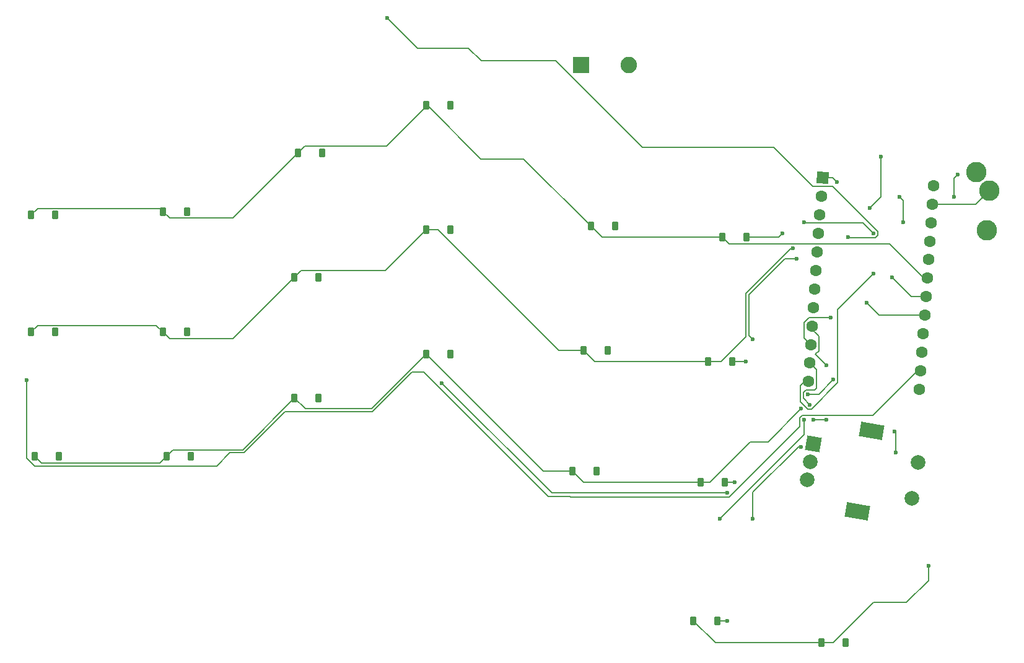
<source format=gbr>
%TF.GenerationSoftware,KiCad,Pcbnew,9.0.6-1.fc43*%
%TF.CreationDate,2026-01-15T13:12:57-05:00*%
%TF.ProjectId,Left,4c656674-2e6b-4696-9361-645f70636258,rev?*%
%TF.SameCoordinates,Original*%
%TF.FileFunction,Copper,L1,Top*%
%TF.FilePolarity,Positive*%
%FSLAX46Y46*%
G04 Gerber Fmt 4.6, Leading zero omitted, Abs format (unit mm)*
G04 Created by KiCad (PCBNEW 9.0.6-1.fc43) date 2026-01-15 13:12:57*
%MOMM*%
%LPD*%
G01*
G04 APERTURE LIST*
G04 Aperture macros list*
%AMRoundRect*
0 Rectangle with rounded corners*
0 $1 Rounding radius*
0 $2 $3 $4 $5 $6 $7 $8 $9 X,Y pos of 4 corners*
0 Add a 4 corners polygon primitive as box body*
4,1,4,$2,$3,$4,$5,$6,$7,$8,$9,$2,$3,0*
0 Add four circle primitives for the rounded corners*
1,1,$1+$1,$2,$3*
1,1,$1+$1,$4,$5*
1,1,$1+$1,$6,$7*
1,1,$1+$1,$8,$9*
0 Add four rect primitives between the rounded corners*
20,1,$1+$1,$2,$3,$4,$5,0*
20,1,$1+$1,$4,$5,$6,$7,0*
20,1,$1+$1,$6,$7,$8,$9,0*
20,1,$1+$1,$8,$9,$2,$3,0*%
%AMHorizOval*
0 Thick line with rounded ends*
0 $1 width*
0 $2 $3 position (X,Y) of the first rounded end (center of the circle)*
0 $4 $5 position (X,Y) of the second rounded end (center of the circle)*
0 Add line between two ends*
20,1,$1,$2,$3,$4,$5,0*
0 Add two circle primitives to create the rounded ends*
1,1,$1,$2,$3*
1,1,$1,$4,$5*%
%AMRotRect*
0 Rectangle, with rotation*
0 The origin of the aperture is its center*
0 $1 length*
0 $2 width*
0 $3 Rotation angle, in degrees counterclockwise*
0 Add horizontal line*
21,1,$1,$2,0,0,$3*%
G04 Aperture macros list end*
%TA.AperFunction,SMDPad,CuDef*%
%ADD10RoundRect,0.225000X-0.225000X-0.375000X0.225000X-0.375000X0.225000X0.375000X-0.225000X0.375000X0*%
%TD*%
%TA.AperFunction,ComponentPad*%
%ADD11RotRect,1.600000X1.600000X176.000000*%
%TD*%
%TA.AperFunction,ComponentPad*%
%ADD12HorizOval,1.600000X0.000000X0.000000X0.000000X0.000000X0*%
%TD*%
%TA.AperFunction,ComponentPad*%
%ADD13R,2.250000X2.250000*%
%TD*%
%TA.AperFunction,ComponentPad*%
%ADD14C,2.250000*%
%TD*%
%TA.AperFunction,ComponentPad*%
%ADD15C,2.800000*%
%TD*%
%TA.AperFunction,ComponentPad*%
%ADD16RotRect,2.000000X2.000000X350.000000*%
%TD*%
%TA.AperFunction,ComponentPad*%
%ADD17C,2.000000*%
%TD*%
%TA.AperFunction,ComponentPad*%
%ADD18RotRect,3.200000X2.000000X350.000000*%
%TD*%
%TA.AperFunction,ViaPad*%
%ADD19C,0.600000*%
%TD*%
%TA.AperFunction,Conductor*%
%ADD20C,0.200000*%
%TD*%
G04 APERTURE END LIST*
D10*
%TO.P,D5,1,K*%
%TO.N,0 Row*%
X228350000Y-82000000D03*
%TO.P,D5,2,A*%
%TO.N,Net-(D5-A)*%
X231650000Y-82000000D03*
%TD*%
%TO.P,D10,1,K*%
%TO.N,1 Row*%
X205850000Y-82500000D03*
%TO.P,D10,2,A*%
%TO.N,Net-(D10-A)*%
X209150000Y-82500000D03*
%TD*%
%TO.P,D7,1,K*%
%TO.N,1 Row*%
X151850000Y-96500000D03*
%TO.P,D7,2,A*%
%TO.N,Net-(D7-A)*%
X155150000Y-96500000D03*
%TD*%
%TO.P,D16,1,K*%
%TO.N,2 Row*%
X205850000Y-99500000D03*
%TO.P,D16,2,A*%
%TO.N,Net-(D16-A)*%
X209150000Y-99500000D03*
%TD*%
%TO.P,D3,1,K*%
%TO.N,0 Row*%
X188350000Y-72000000D03*
%TO.P,D3,2,A*%
%TO.N,Net-(D3-A)*%
X191650000Y-72000000D03*
%TD*%
%TO.P,D6,1,K*%
%TO.N,0 Row*%
X246350000Y-83500000D03*
%TO.P,D6,2,A*%
%TO.N,Net-(D6-A)*%
X249650000Y-83500000D03*
%TD*%
%TO.P,D15,1,K*%
%TO.N,2 Row*%
X187850000Y-105500000D03*
%TO.P,D15,2,A*%
%TO.N,Net-(D15-A)*%
X191150000Y-105500000D03*
%TD*%
%TO.P,D11,1,K*%
%TO.N,1 Row*%
X227350000Y-99000000D03*
%TO.P,D11,2,A*%
%TO.N,Net-(D11-A)*%
X230650000Y-99000000D03*
%TD*%
%TO.P,D18,1,K*%
%TO.N,2 Row*%
X243350000Y-117000000D03*
%TO.P,D18,2,A*%
%TO.N,Net-(D18-A)*%
X246650000Y-117000000D03*
%TD*%
%TO.P,D8,1,K*%
%TO.N,1 Row*%
X169850000Y-96500000D03*
%TO.P,D8,2,A*%
%TO.N,Net-(D8-A)*%
X173150000Y-96500000D03*
%TD*%
%TO.P,D14,1,K*%
%TO.N,2 Row*%
X170350000Y-113500000D03*
%TO.P,D14,2,A*%
%TO.N,Net-(D14-A)*%
X173650000Y-113500000D03*
%TD*%
D11*
%TO.P,U1,1,TX0/PD3*%
%TO.N,Serial*%
X260000000Y-75398562D03*
D12*
%TO.P,U1,2,RX1/PD2*%
%TO.N,unconnected-(U1-RX1{slash}PD2-Pad2)*%
X259822819Y-77932375D03*
%TO.P,U1,3,GND*%
%TO.N,GND*%
X259645638Y-80466186D03*
%TO.P,U1,4,GND*%
X259468457Y-83000000D03*
%TO.P,U1,5,2/PD1*%
%TO.N,unconnected-(U1-2{slash}PD1-Pad5)*%
X259291275Y-85533812D03*
%TO.P,U1,6,3/PD0*%
%TO.N,unconnected-(U1-3{slash}PD0-Pad6)*%
X259114094Y-88067624D03*
%TO.P,U1,7,4/PD4*%
%TO.N,Net-(U1-4{slash}PD4)*%
X258936913Y-90601439D03*
%TO.P,U1,8,5/PC6*%
%TO.N,Net-(U1-5{slash}PC6)*%
X258759731Y-93135251D03*
%TO.P,U1,9,6/PD7*%
%TO.N,5 Column*%
X258582548Y-95669063D03*
%TO.P,U1,10,7/PE6*%
%TO.N,4 Column*%
X258405367Y-98202876D03*
%TO.P,U1,11,8/PB4*%
%TO.N,3 Column*%
X258228186Y-100736689D03*
%TO.P,U1,12,9/PB5*%
%TO.N,2 Column*%
X258051005Y-103270500D03*
%TO.P,U1,13,10/PB6*%
%TO.N,unconnected-(U1-10{slash}PB6-Pad13)*%
X273253881Y-104333590D03*
%TO.P,U1,14,16/PB2*%
%TO.N,0 Column*%
X273431063Y-101799777D03*
%TO.P,U1,15,14/PB3*%
%TO.N,1 Column*%
X273608243Y-99265965D03*
%TO.P,U1,16,15/PB1*%
%TO.N,3 Row*%
X273785425Y-96732152D03*
%TO.P,U1,17,A0/PF7*%
%TO.N,2 Row*%
X273962605Y-94198339D03*
%TO.P,U1,18,A1/PF6*%
%TO.N,1 Row*%
X274139789Y-91664526D03*
%TO.P,U1,19,A2/PF5*%
%TO.N,0 Row*%
X274316971Y-89130714D03*
%TO.P,U1,20,A3/PF4*%
%TO.N,Net-(U1-A3{slash}PF4)*%
X274494151Y-86596901D03*
%TO.P,U1,21,VCC*%
%TO.N,VCC*%
X274671333Y-84063088D03*
%TO.P,U1,22,RST*%
%TO.N,RST*%
X274848513Y-81529276D03*
%TO.P,U1,23,GND*%
%TO.N,GND*%
X275025695Y-78995463D03*
%TO.P,U1,24,RAW*%
%TO.N,unconnected-(U1-RAW-Pad24)*%
X275202877Y-76461651D03*
%TD*%
D10*
%TO.P,D13,1,K*%
%TO.N,2 Row*%
X152350000Y-113500000D03*
%TO.P,D13,2,A*%
%TO.N,Net-(D13-A)*%
X155650000Y-113500000D03*
%TD*%
%TO.P,D20,1,K*%
%TO.N,3 Row*%
X259850000Y-139000000D03*
%TO.P,D20,2,A*%
%TO.N,Net-(D20-A)*%
X263150000Y-139000000D03*
%TD*%
D13*
%TO.P,SW2,1,1*%
%TO.N,GND*%
X227000000Y-60000000D03*
D14*
%TO.P,SW2,2,2*%
%TO.N,RST*%
X233500000Y-60000000D03*
%TD*%
D10*
%TO.P,D2,1,K*%
%TO.N,0 Row*%
X169850000Y-80000000D03*
%TO.P,D2,2,A*%
%TO.N,Net-(D2-A)*%
X173150000Y-80000000D03*
%TD*%
%TO.P,D4,1,K*%
%TO.N,0 Row*%
X205850000Y-65500000D03*
%TO.P,D4,2,A*%
%TO.N,Net-(D4-A)*%
X209150000Y-65500000D03*
%TD*%
%TO.P,D17,1,K*%
%TO.N,2 Row*%
X225850000Y-115500000D03*
%TO.P,D17,2,A*%
%TO.N,Net-(D17-A)*%
X229150000Y-115500000D03*
%TD*%
%TO.P,D9,1,K*%
%TO.N,1 Row*%
X187850000Y-89000000D03*
%TO.P,D9,2,A*%
%TO.N,Net-(D9-A)*%
X191150000Y-89000000D03*
%TD*%
%TO.P,D1,1,K*%
%TO.N,0 Row*%
X151850000Y-80500000D03*
%TO.P,D1,2,A*%
%TO.N,Net-(D1-A)*%
X155150000Y-80500000D03*
%TD*%
D15*
%TO.P,J1,R*%
%TO.N,Serial*%
X282444051Y-82620270D03*
%TO.P,J1,S*%
%TO.N,VCC*%
X281000000Y-74600000D03*
%TO.P,J1,T*%
%TO.N,GND*%
X282827713Y-77133667D03*
%TD*%
D10*
%TO.P,D12,1,K*%
%TO.N,1 Row*%
X244350000Y-100500000D03*
%TO.P,D12,2,A*%
%TO.N,Net-(D12-A)*%
X247650000Y-100500000D03*
%TD*%
%TO.P,D19,1,K*%
%TO.N,3 Row*%
X242350000Y-136000000D03*
%TO.P,D19,2,A*%
%TO.N,Net-(D19-A)*%
X245650000Y-136000000D03*
%TD*%
D16*
%TO.P,SW1,A,A*%
%TO.N,Net-(U1-4{slash}PD4)*%
X258794265Y-111779031D03*
D17*
%TO.P,SW1,B,B*%
%TO.N,Net-(U1-5{slash}PC6)*%
X257926024Y-116703070D03*
%TO.P,SW1,C,C*%
%TO.N,GND*%
X258360145Y-114241050D03*
D18*
%TO.P,SW1,MP,MP*%
X266718632Y-110028488D03*
X264773773Y-121058335D03*
D17*
%TO.P,SW1,S1,S1*%
%TO.N,Net-(U1-A3{slash}PF4)*%
X272205737Y-119220968D03*
%TO.P,SW1,S2,S2*%
%TO.N,GND*%
X273073977Y-114296930D03*
%TD*%
D19*
%TO.N,Net-(D1-A)*%
X155150000Y-80500000D03*
%TO.N,Net-(D2-A)*%
X173150000Y-80000000D03*
%TO.N,Net-(D3-A)*%
X191650000Y-72000000D03*
%TO.N,Net-(D4-A)*%
X209150000Y-65500000D03*
%TO.N,Net-(D5-A)*%
X231650000Y-82000000D03*
%TO.N,Net-(D6-A)*%
X254500000Y-83000000D03*
%TO.N,1 Row*%
X269500000Y-89000000D03*
X267000000Y-83000000D03*
X256000000Y-85032812D03*
X257500000Y-81500000D03*
%TO.N,Net-(D7-A)*%
X155150000Y-96500000D03*
%TO.N,Net-(D8-A)*%
X173150000Y-96500000D03*
%TO.N,Net-(D9-A)*%
X191150000Y-89000000D03*
%TO.N,Net-(D10-A)*%
X209150000Y-82500000D03*
%TO.N,Net-(D11-A)*%
X230650000Y-99000000D03*
%TO.N,Net-(D12-A)*%
X249500000Y-100500000D03*
%TO.N,Net-(D13-A)*%
X155650000Y-113500000D03*
%TO.N,2 Row*%
X266000000Y-92500000D03*
X257081548Y-107000000D03*
X258000000Y-105000000D03*
X261500000Y-103000000D03*
%TO.N,Net-(D14-A)*%
X173650000Y-113500000D03*
%TO.N,Net-(D15-A)*%
X191150000Y-105500000D03*
%TO.N,Net-(D16-A)*%
X209150000Y-99500000D03*
%TO.N,Net-(D17-A)*%
X229150000Y-115500000D03*
%TO.N,Net-(D18-A)*%
X248000000Y-117000000D03*
%TO.N,3 Row*%
X274500000Y-128500000D03*
%TO.N,Net-(D19-A)*%
X247000000Y-136000000D03*
%TO.N,Net-(D20-A)*%
X263150000Y-139000000D03*
%TO.N,0 Column*%
X151225000Y-103050000D03*
%TO.N,2 Column*%
X267000000Y-88500000D03*
X200500000Y-53524000D03*
X263500000Y-83500000D03*
%TO.N,3 Column*%
X247000000Y-118500000D03*
X250500000Y-122000000D03*
X258260729Y-106412202D03*
X208000000Y-103500000D03*
X257081548Y-112174265D03*
%TO.N,4 Column*%
X258792274Y-108500000D03*
X246000000Y-122000000D03*
X261100000Y-94500000D03*
X260500000Y-108500000D03*
X257500000Y-108500000D03*
%TO.N,5 Column*%
X260500000Y-101000000D03*
X256500000Y-86500000D03*
X250500000Y-97500000D03*
%TO.N,Net-(U1-A3{slash}PF4)*%
X269884205Y-110115795D03*
X270000000Y-113000000D03*
%TO.N,RST*%
X271000000Y-81500000D03*
X270500000Y-78000000D03*
%TO.N,VCC*%
X278000000Y-78000000D03*
X278500000Y-75000000D03*
%TO.N,Serial*%
X262000000Y-76000000D03*
X268000000Y-72500000D03*
X266500000Y-79500000D03*
%TD*%
D20*
%TO.N,0 Row*%
X200401000Y-71099000D02*
X189251000Y-71099000D01*
X229850000Y-83500000D02*
X228350000Y-82000000D01*
X152751000Y-79599000D02*
X151850000Y-80500000D01*
X169850000Y-80000000D02*
X169449000Y-79599000D01*
X269150612Y-84432812D02*
X273848514Y-89130714D01*
X179449000Y-80901000D02*
X170751000Y-80901000D01*
X213324000Y-72824000D02*
X206000000Y-65500000D01*
X219174000Y-72824000D02*
X213324000Y-72824000D01*
X246350000Y-83500000D02*
X247282812Y-84432812D01*
X189251000Y-71099000D02*
X188350000Y-72000000D01*
X170751000Y-80901000D02*
X169850000Y-80000000D01*
X246350000Y-83500000D02*
X229850000Y-83500000D01*
X247282812Y-84432812D02*
X269150612Y-84432812D01*
X169449000Y-79599000D02*
X152751000Y-79599000D01*
X228350000Y-82000000D02*
X219174000Y-72824000D01*
X188350000Y-72000000D02*
X179449000Y-80901000D01*
X206000000Y-65500000D02*
X200401000Y-71099000D01*
%TO.N,Net-(D6-A)*%
X254000000Y-83500000D02*
X249650000Y-83500000D01*
X254500000Y-83000000D02*
X254000000Y-83500000D01*
%TO.N,1 Row*%
X257500000Y-81500000D02*
X257567186Y-81567186D01*
X151850000Y-96500000D02*
X152751000Y-95599000D01*
X188751000Y-88099000D02*
X200251000Y-88099000D01*
X227350000Y-99000000D02*
X228850000Y-100500000D01*
X244350000Y-100500000D02*
X246179288Y-100500000D01*
X168949000Y-95599000D02*
X169850000Y-96500000D01*
X257567186Y-81567186D02*
X265567186Y-81567186D01*
X169850000Y-96500000D02*
X170751000Y-97401000D01*
X228850000Y-100500000D02*
X244350000Y-100500000D01*
X249556094Y-91227717D02*
X255750999Y-85032812D01*
X269500000Y-89000000D02*
X272164526Y-91664526D01*
X272164526Y-91664526D02*
X273671332Y-91664526D01*
X255750999Y-85032812D02*
X256000000Y-85032812D01*
X207453065Y-82500000D02*
X223953065Y-99000000D01*
X179449000Y-97401000D02*
X187850000Y-89000000D01*
X187850000Y-89000000D02*
X188751000Y-88099000D01*
X200251000Y-88099000D02*
X205850000Y-82500000D01*
X246179288Y-100500000D02*
X249556094Y-97123194D01*
X249556094Y-97123194D02*
X249556094Y-91227717D01*
X152751000Y-95599000D02*
X168949000Y-95599000D01*
X223953065Y-99000000D02*
X227350000Y-99000000D01*
X170751000Y-97401000D02*
X179449000Y-97401000D01*
X205850000Y-82500000D02*
X207453065Y-82500000D01*
X265567186Y-81567186D02*
X267000000Y-83000000D01*
%TO.N,Net-(D12-A)*%
X249500000Y-100500000D02*
X247650000Y-100500000D01*
%TO.N,2 Row*%
X243350000Y-117000000D02*
X227350000Y-117000000D01*
X180751000Y-112599000D02*
X171251000Y-112599000D01*
X243350000Y-117000000D02*
X244660108Y-117000000D01*
X169449000Y-114401000D02*
X153251000Y-114401000D01*
X187850000Y-105500000D02*
X180751000Y-112599000D01*
X189350000Y-107000000D02*
X187850000Y-105500000D01*
X225850000Y-115500000D02*
X221850000Y-115500000D01*
X267698339Y-94198339D02*
X273494148Y-94198339D01*
X244660108Y-117000000D02*
X250160108Y-111500000D01*
X153251000Y-114401000D02*
X152350000Y-113500000D01*
X170350000Y-113500000D02*
X169449000Y-114401000D01*
X221850000Y-115500000D02*
X205850000Y-99500000D01*
X198350000Y-107000000D02*
X189350000Y-107000000D01*
X250160108Y-111500000D02*
X252581548Y-111500000D01*
X266000000Y-92500000D02*
X267698339Y-94198339D01*
X171251000Y-112599000D02*
X170350000Y-113500000D01*
X259500000Y-105000000D02*
X261500000Y-103000000D01*
X258000000Y-105000000D02*
X259500000Y-105000000D01*
X205850000Y-99500000D02*
X198350000Y-107000000D01*
X227350000Y-117000000D02*
X225850000Y-115500000D01*
X252581548Y-111500000D02*
X257081548Y-107000000D01*
%TO.N,Net-(D18-A)*%
X248000000Y-117000000D02*
X246650000Y-117000000D01*
%TO.N,3 Row*%
X245350000Y-139000000D02*
X259850000Y-139000000D01*
X271498029Y-133501971D02*
X266998029Y-133501971D01*
X274500000Y-130500000D02*
X271498029Y-133501971D01*
X274500000Y-128500000D02*
X274500000Y-130500000D01*
X261500000Y-139000000D02*
X259850000Y-139000000D01*
X266998029Y-133501971D02*
X261500000Y-139000000D01*
X242350000Y-136000000D02*
X245350000Y-139000000D01*
%TO.N,Net-(D19-A)*%
X247000000Y-136000000D02*
X245650000Y-136000000D01*
%TO.N,0 Column*%
X272962606Y-101799777D02*
X266863383Y-107899000D01*
X225601000Y-119101000D02*
X225500000Y-119000000D01*
X205500000Y-102000000D02*
X203917100Y-102000000D01*
X266863383Y-107899000D02*
X257251057Y-107899000D01*
X151225000Y-113725110D02*
X151225000Y-103050000D01*
X247248943Y-119101000D02*
X225601000Y-119101000D01*
X257251057Y-107899000D02*
X256899000Y-108251057D01*
X198516100Y-107401000D02*
X186516100Y-107401000D01*
X186516100Y-107401000D02*
X180917100Y-113000000D01*
X256899000Y-109450943D02*
X247248943Y-119101000D01*
X180917100Y-113000000D02*
X179000000Y-113000000D01*
X179000000Y-113000000D02*
X177198000Y-114802000D01*
X256899000Y-108251057D02*
X256899000Y-109450943D01*
X177198000Y-114802000D02*
X152301890Y-114802000D01*
X225500000Y-119000000D02*
X222500000Y-119000000D01*
X203917100Y-102000000D02*
X198516100Y-107401000D01*
X152301890Y-114802000D02*
X151225000Y-113725110D01*
X222500000Y-119000000D02*
X205500000Y-102000000D01*
%TO.N,2 Column*%
X235394451Y-71246451D02*
X253357652Y-71246451D01*
X267601000Y-83248943D02*
X267248943Y-83601000D01*
X211624000Y-57677065D02*
X213345935Y-59399000D01*
X258509672Y-107013202D02*
X258011786Y-107013202D01*
X262101000Y-103421874D02*
X258509672Y-107013202D01*
X256998000Y-105999416D02*
X256998000Y-103855048D01*
X223547000Y-59399000D02*
X235394451Y-71246451D01*
X267601000Y-82751057D02*
X267601000Y-83248943D01*
X267248943Y-83601000D02*
X263601000Y-83601000D01*
X256998000Y-103855048D02*
X257582548Y-103270500D01*
X253357652Y-71246451D02*
X258664619Y-76553418D01*
X261403361Y-76553418D02*
X267601000Y-82751057D01*
X263601000Y-83601000D02*
X263500000Y-83500000D01*
X213345935Y-59399000D02*
X223547000Y-59399000D01*
X200500000Y-53524000D02*
X204653065Y-57677065D01*
X262101000Y-93399000D02*
X262101000Y-103421874D01*
X258664619Y-76553418D02*
X261403361Y-76553418D01*
X204653065Y-57677065D02*
X211624000Y-57677065D01*
X267000000Y-88500000D02*
X262101000Y-93399000D01*
X258011786Y-107013202D02*
X256998000Y-105999416D01*
%TO.N,3 Column*%
X257081548Y-112174265D02*
X256733018Y-112174265D01*
X259152005Y-104197938D02*
X258950943Y-104399000D01*
X223000000Y-118500000D02*
X208000000Y-103500000D01*
X257399000Y-104751057D02*
X257399000Y-105550473D01*
X257399000Y-105550473D02*
X258260729Y-106412202D01*
X258228186Y-100736689D02*
X259152005Y-101660508D01*
X247000000Y-118500000D02*
X223000000Y-118500000D01*
X256733018Y-112174265D02*
X250500000Y-118407283D01*
X257751057Y-104399000D02*
X257399000Y-104751057D01*
X259152005Y-101660508D02*
X259152005Y-104197938D01*
X250500000Y-118407283D02*
X250500000Y-122000000D01*
X258950943Y-104399000D02*
X257751057Y-104399000D01*
%TO.N,4 Column*%
X258194561Y-94500000D02*
X257481548Y-95213013D01*
X246000000Y-122000000D02*
X257500000Y-110500000D01*
X258792274Y-108500000D02*
X260500000Y-108500000D01*
X257500000Y-110500000D02*
X257500000Y-108500000D01*
X257481548Y-97279057D02*
X258405367Y-98202876D01*
X257481548Y-95213013D02*
X257481548Y-97279057D01*
X261100000Y-94500000D02*
X258194561Y-94500000D01*
%TO.N,5 Column*%
X254850911Y-86500000D02*
X256500000Y-86500000D01*
X249957094Y-91393817D02*
X254850911Y-86500000D01*
X259506367Y-99069453D02*
X259506367Y-97061339D01*
X250500000Y-97500000D02*
X249957094Y-96957094D01*
X249957094Y-96957094D02*
X249957094Y-91393817D01*
X259037910Y-99537910D02*
X259506367Y-99069453D01*
X259506367Y-97061339D02*
X258114091Y-95669063D01*
X260500000Y-101000000D02*
X259037910Y-99537910D01*
%TO.N,GND*%
X280965917Y-78995463D02*
X275025695Y-78995463D01*
X282827713Y-77133667D02*
X280965917Y-78995463D01*
%TO.N,Net-(U1-A3{slash}PF4)*%
X270000000Y-110231590D02*
X269884205Y-110115795D01*
X270000000Y-113000000D02*
X270000000Y-110231590D01*
%TO.N,RST*%
X271000000Y-78500000D02*
X270500000Y-78000000D01*
X271000000Y-81500000D02*
X271000000Y-78500000D01*
%TO.N,VCC*%
X278000000Y-75500000D02*
X278000000Y-78000000D01*
X278500000Y-75000000D02*
X278000000Y-75500000D01*
%TO.N,Serial*%
X262000000Y-76000000D02*
X261398562Y-75398562D01*
X282379730Y-82620270D02*
X282000000Y-83000000D01*
X282444051Y-82620270D02*
X282379730Y-82620270D01*
X261398562Y-75398562D02*
X260000000Y-75398562D01*
X268000000Y-78000000D02*
X266500000Y-79500000D01*
X268000000Y-72500000D02*
X268000000Y-78000000D01*
%TD*%
M02*

</source>
